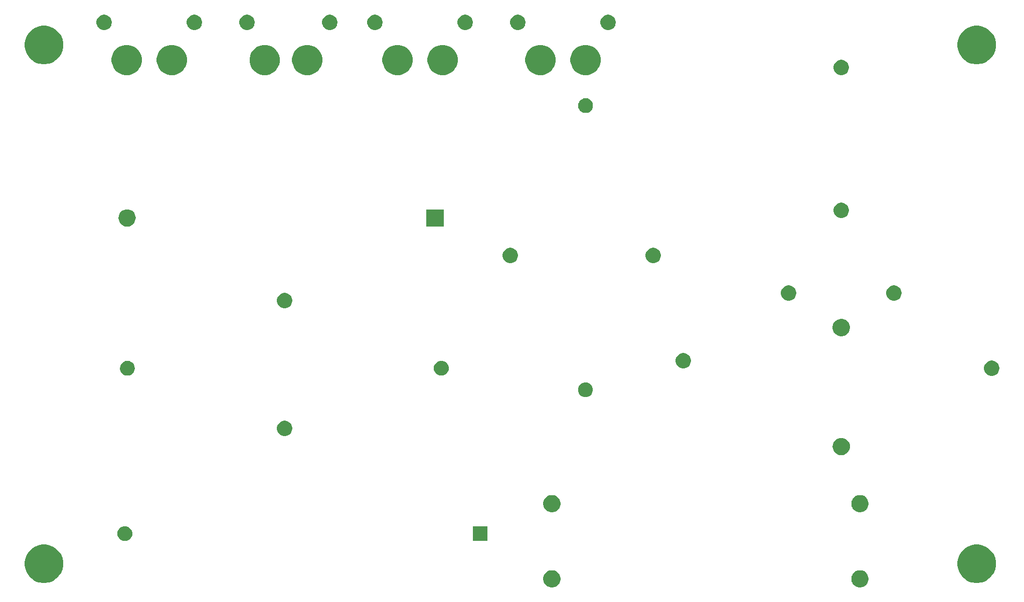
<source format=gbr>
G04 #@! TF.GenerationSoftware,KiCad,Pcbnew,(5.1.4)-1*
G04 #@! TF.CreationDate,2019-12-15T01:31:19-05:00*
G04 #@! TF.ProjectId,SolsticeXOver,536f6c73-7469-4636-9558-4f7665722e6b,rev?*
G04 #@! TF.SameCoordinates,Original*
G04 #@! TF.FileFunction,Soldermask,Bot*
G04 #@! TF.FilePolarity,Negative*
%FSLAX46Y46*%
G04 Gerber Fmt 4.6, Leading zero omitted, Abs format (unit mm)*
G04 Created by KiCad (PCBNEW (5.1.4)-1) date 2019-12-15 01:31:19*
%MOMM*%
%LPD*%
G04 APERTURE LIST*
%ADD10C,0.100000*%
G04 APERTURE END LIST*
D10*
G36*
X192793241Y-130684760D02*
G01*
X193057305Y-130794139D01*
X193294958Y-130952934D01*
X193497066Y-131155042D01*
X193655861Y-131392695D01*
X193765240Y-131656759D01*
X193821000Y-131937088D01*
X193821000Y-132222912D01*
X193765240Y-132503241D01*
X193655861Y-132767305D01*
X193497066Y-133004958D01*
X193294958Y-133207066D01*
X193057305Y-133365861D01*
X192793241Y-133475240D01*
X192512912Y-133531000D01*
X192227088Y-133531000D01*
X191946759Y-133475240D01*
X191682695Y-133365861D01*
X191445042Y-133207066D01*
X191242934Y-133004958D01*
X191084139Y-132767305D01*
X190974760Y-132503241D01*
X190919000Y-132222912D01*
X190919000Y-131937088D01*
X190974760Y-131656759D01*
X191084139Y-131392695D01*
X191242934Y-131155042D01*
X191445042Y-130952934D01*
X191682695Y-130794139D01*
X191946759Y-130684760D01*
X192227088Y-130629000D01*
X192512912Y-130629000D01*
X192793241Y-130684760D01*
X192793241Y-130684760D01*
G37*
G36*
X140793241Y-130684760D02*
G01*
X141057305Y-130794139D01*
X141294958Y-130952934D01*
X141497066Y-131155042D01*
X141655861Y-131392695D01*
X141765240Y-131656759D01*
X141821000Y-131937088D01*
X141821000Y-132222912D01*
X141765240Y-132503241D01*
X141655861Y-132767305D01*
X141497066Y-133004958D01*
X141294958Y-133207066D01*
X141057305Y-133365861D01*
X140793241Y-133475240D01*
X140512912Y-133531000D01*
X140227088Y-133531000D01*
X139946759Y-133475240D01*
X139682695Y-133365861D01*
X139445042Y-133207066D01*
X139242934Y-133004958D01*
X139084139Y-132767305D01*
X138974760Y-132503241D01*
X138919000Y-132222912D01*
X138919000Y-131937088D01*
X138974760Y-131656759D01*
X139084139Y-131392695D01*
X139242934Y-131155042D01*
X139445042Y-130952934D01*
X139682695Y-130794139D01*
X139946759Y-130684760D01*
X140227088Y-130629000D01*
X140512912Y-130629000D01*
X140793241Y-130684760D01*
X140793241Y-130684760D01*
G37*
G36*
X55244239Y-126351467D02*
G01*
X55558282Y-126413934D01*
X56149926Y-126659001D01*
X56682392Y-127014784D01*
X57135216Y-127467608D01*
X57490999Y-128000074D01*
X57736066Y-128591718D01*
X57861000Y-129219804D01*
X57861000Y-129860196D01*
X57736066Y-130488282D01*
X57490999Y-131079926D01*
X57135216Y-131612392D01*
X56682392Y-132065216D01*
X56149926Y-132420999D01*
X55558282Y-132666066D01*
X55244239Y-132728533D01*
X54930197Y-132791000D01*
X54289803Y-132791000D01*
X53975761Y-132728533D01*
X53661718Y-132666066D01*
X53070074Y-132420999D01*
X52537608Y-132065216D01*
X52084784Y-131612392D01*
X51729001Y-131079926D01*
X51483934Y-130488282D01*
X51359000Y-129860196D01*
X51359000Y-129219804D01*
X51483934Y-128591718D01*
X51729001Y-128000074D01*
X52084784Y-127467608D01*
X52537608Y-127014784D01*
X53070074Y-126659001D01*
X53661718Y-126413934D01*
X53975761Y-126351467D01*
X54289803Y-126289000D01*
X54930197Y-126289000D01*
X55244239Y-126351467D01*
X55244239Y-126351467D01*
G37*
G36*
X212724239Y-126351467D02*
G01*
X213038282Y-126413934D01*
X213629926Y-126659001D01*
X214162392Y-127014784D01*
X214615216Y-127467608D01*
X214970999Y-128000074D01*
X215216066Y-128591718D01*
X215341000Y-129219804D01*
X215341000Y-129860196D01*
X215216066Y-130488282D01*
X214970999Y-131079926D01*
X214615216Y-131612392D01*
X214162392Y-132065216D01*
X213629926Y-132420999D01*
X213038282Y-132666066D01*
X212724239Y-132728533D01*
X212410197Y-132791000D01*
X211769803Y-132791000D01*
X211455761Y-132728533D01*
X211141718Y-132666066D01*
X210550074Y-132420999D01*
X210017608Y-132065216D01*
X209564784Y-131612392D01*
X209209001Y-131079926D01*
X208963934Y-130488282D01*
X208839000Y-129860196D01*
X208839000Y-129219804D01*
X208963934Y-128591718D01*
X209209001Y-128000074D01*
X209564784Y-127467608D01*
X210017608Y-127014784D01*
X210550074Y-126659001D01*
X211141718Y-126413934D01*
X211455761Y-126351467D01*
X211769803Y-126289000D01*
X212410197Y-126289000D01*
X212724239Y-126351467D01*
X212724239Y-126351467D01*
G37*
G36*
X68515239Y-123227101D02*
G01*
X68751053Y-123298634D01*
X68968381Y-123414799D01*
X69158871Y-123571129D01*
X69315201Y-123761619D01*
X69431366Y-123978947D01*
X69502899Y-124214761D01*
X69527053Y-124460000D01*
X69502899Y-124705239D01*
X69431366Y-124941053D01*
X69315201Y-125158381D01*
X69158871Y-125348871D01*
X68968381Y-125505201D01*
X68751053Y-125621366D01*
X68515239Y-125692899D01*
X68331457Y-125711000D01*
X68208543Y-125711000D01*
X68024761Y-125692899D01*
X67788947Y-125621366D01*
X67571619Y-125505201D01*
X67381129Y-125348871D01*
X67224799Y-125158381D01*
X67108634Y-124941053D01*
X67037101Y-124705239D01*
X67012947Y-124460000D01*
X67037101Y-124214761D01*
X67108634Y-123978947D01*
X67224799Y-123761619D01*
X67381129Y-123571129D01*
X67571619Y-123414799D01*
X67788947Y-123298634D01*
X68024761Y-123227101D01*
X68208543Y-123209000D01*
X68331457Y-123209000D01*
X68515239Y-123227101D01*
X68515239Y-123227101D01*
G37*
G36*
X129521000Y-125711000D02*
G01*
X127019000Y-125711000D01*
X127019000Y-123209000D01*
X129521000Y-123209000D01*
X129521000Y-125711000D01*
X129521000Y-125711000D01*
G37*
G36*
X140793241Y-117984760D02*
G01*
X141057305Y-118094139D01*
X141294958Y-118252934D01*
X141497066Y-118455042D01*
X141655861Y-118692695D01*
X141765240Y-118956759D01*
X141821000Y-119237088D01*
X141821000Y-119522912D01*
X141765240Y-119803241D01*
X141655861Y-120067305D01*
X141497066Y-120304958D01*
X141294958Y-120507066D01*
X141057305Y-120665861D01*
X140793241Y-120775240D01*
X140512912Y-120831000D01*
X140227088Y-120831000D01*
X139946759Y-120775240D01*
X139682695Y-120665861D01*
X139445042Y-120507066D01*
X139242934Y-120304958D01*
X139084139Y-120067305D01*
X138974760Y-119803241D01*
X138919000Y-119522912D01*
X138919000Y-119237088D01*
X138974760Y-118956759D01*
X139084139Y-118692695D01*
X139242934Y-118455042D01*
X139445042Y-118252934D01*
X139682695Y-118094139D01*
X139946759Y-117984760D01*
X140227088Y-117929000D01*
X140512912Y-117929000D01*
X140793241Y-117984760D01*
X140793241Y-117984760D01*
G37*
G36*
X192793241Y-117984760D02*
G01*
X193057305Y-118094139D01*
X193294958Y-118252934D01*
X193497066Y-118455042D01*
X193655861Y-118692695D01*
X193765240Y-118956759D01*
X193821000Y-119237088D01*
X193821000Y-119522912D01*
X193765240Y-119803241D01*
X193655861Y-120067305D01*
X193497066Y-120304958D01*
X193294958Y-120507066D01*
X193057305Y-120665861D01*
X192793241Y-120775240D01*
X192512912Y-120831000D01*
X192227088Y-120831000D01*
X191946759Y-120775240D01*
X191682695Y-120665861D01*
X191445042Y-120507066D01*
X191242934Y-120304958D01*
X191084139Y-120067305D01*
X190974760Y-119803241D01*
X190919000Y-119522912D01*
X190919000Y-119237088D01*
X190974760Y-118956759D01*
X191084139Y-118692695D01*
X191242934Y-118455042D01*
X191445042Y-118252934D01*
X191682695Y-118094139D01*
X191946759Y-117984760D01*
X192227088Y-117929000D01*
X192512912Y-117929000D01*
X192793241Y-117984760D01*
X192793241Y-117984760D01*
G37*
G36*
X189407861Y-108299497D02*
G01*
X189514446Y-108309995D01*
X189787960Y-108392965D01*
X189787963Y-108392966D01*
X190040028Y-108527698D01*
X190040029Y-108527699D01*
X190040033Y-108527701D01*
X190260976Y-108709024D01*
X190442299Y-108929967D01*
X190442301Y-108929971D01*
X190442302Y-108929972D01*
X190577034Y-109182037D01*
X190577035Y-109182040D01*
X190660005Y-109455554D01*
X190688020Y-109740000D01*
X190660005Y-110024446D01*
X190577035Y-110297960D01*
X190577034Y-110297963D01*
X190442302Y-110550028D01*
X190442299Y-110550033D01*
X190260976Y-110770976D01*
X190040033Y-110952299D01*
X190040029Y-110952301D01*
X190040028Y-110952302D01*
X189787963Y-111087034D01*
X189787960Y-111087035D01*
X189514446Y-111170005D01*
X189407861Y-111180502D01*
X189301278Y-111191000D01*
X189158722Y-111191000D01*
X189052139Y-111180502D01*
X188945554Y-111170005D01*
X188672040Y-111087035D01*
X188672037Y-111087034D01*
X188419972Y-110952302D01*
X188419971Y-110952301D01*
X188419967Y-110952299D01*
X188199024Y-110770976D01*
X188017701Y-110550033D01*
X188017698Y-110550028D01*
X187882966Y-110297963D01*
X187882965Y-110297960D01*
X187799995Y-110024446D01*
X187771980Y-109740000D01*
X187799995Y-109455554D01*
X187882965Y-109182040D01*
X187882966Y-109182037D01*
X188017698Y-108929972D01*
X188017699Y-108929971D01*
X188017701Y-108929967D01*
X188199024Y-108709024D01*
X188419967Y-108527701D01*
X188419971Y-108527699D01*
X188419972Y-108527698D01*
X188672037Y-108392966D01*
X188672040Y-108392965D01*
X188945554Y-108309995D01*
X189052139Y-108299497D01*
X189158722Y-108289000D01*
X189301278Y-108289000D01*
X189407861Y-108299497D01*
X189407861Y-108299497D01*
G37*
G36*
X95629487Y-105428996D02*
G01*
X95866253Y-105527068D01*
X95866255Y-105527069D01*
X96079339Y-105669447D01*
X96260553Y-105850661D01*
X96402932Y-106063747D01*
X96501004Y-106300513D01*
X96551000Y-106551861D01*
X96551000Y-106808139D01*
X96501004Y-107059487D01*
X96402932Y-107296253D01*
X96402931Y-107296255D01*
X96260553Y-107509339D01*
X96079339Y-107690553D01*
X95866255Y-107832931D01*
X95866254Y-107832932D01*
X95866253Y-107832932D01*
X95629487Y-107931004D01*
X95378139Y-107981000D01*
X95121861Y-107981000D01*
X94870513Y-107931004D01*
X94633747Y-107832932D01*
X94633746Y-107832932D01*
X94633745Y-107832931D01*
X94420661Y-107690553D01*
X94239447Y-107509339D01*
X94097069Y-107296255D01*
X94097068Y-107296253D01*
X93998996Y-107059487D01*
X93949000Y-106808139D01*
X93949000Y-106551861D01*
X93998996Y-106300513D01*
X94097068Y-106063747D01*
X94239447Y-105850661D01*
X94420661Y-105669447D01*
X94633745Y-105527069D01*
X94633747Y-105527068D01*
X94870513Y-105428996D01*
X95121861Y-105379000D01*
X95378139Y-105379000D01*
X95629487Y-105428996D01*
X95629487Y-105428996D01*
G37*
G36*
X146295239Y-98917101D02*
G01*
X146531053Y-98988634D01*
X146748381Y-99104799D01*
X146938871Y-99261129D01*
X147095201Y-99451619D01*
X147211366Y-99668947D01*
X147282899Y-99904761D01*
X147307053Y-100150000D01*
X147282899Y-100395239D01*
X147211366Y-100631053D01*
X147095201Y-100848381D01*
X146938871Y-101038871D01*
X146748381Y-101195201D01*
X146531053Y-101311366D01*
X146295239Y-101382899D01*
X146111457Y-101401000D01*
X145988543Y-101401000D01*
X145804761Y-101382899D01*
X145568947Y-101311366D01*
X145351619Y-101195201D01*
X145161129Y-101038871D01*
X145004799Y-100848381D01*
X144888634Y-100631053D01*
X144817101Y-100395239D01*
X144792947Y-100150000D01*
X144817101Y-99904761D01*
X144888634Y-99668947D01*
X145004799Y-99451619D01*
X145161129Y-99261129D01*
X145351619Y-99104799D01*
X145568947Y-98988634D01*
X145804761Y-98917101D01*
X145988543Y-98899000D01*
X146111457Y-98899000D01*
X146295239Y-98917101D01*
X146295239Y-98917101D01*
G37*
G36*
X215009487Y-95268996D02*
G01*
X215225896Y-95358636D01*
X215246255Y-95367069D01*
X215459339Y-95509447D01*
X215640553Y-95690661D01*
X215757880Y-95866253D01*
X215782932Y-95903747D01*
X215881004Y-96140513D01*
X215931000Y-96391861D01*
X215931000Y-96648139D01*
X215881004Y-96899487D01*
X215792742Y-97112569D01*
X215782931Y-97136255D01*
X215640553Y-97349339D01*
X215459339Y-97530553D01*
X215246255Y-97672931D01*
X215246254Y-97672932D01*
X215246253Y-97672932D01*
X215009487Y-97771004D01*
X214758139Y-97821000D01*
X214501861Y-97821000D01*
X214250513Y-97771004D01*
X214013747Y-97672932D01*
X214013746Y-97672932D01*
X214013745Y-97672931D01*
X213800661Y-97530553D01*
X213619447Y-97349339D01*
X213477069Y-97136255D01*
X213467258Y-97112569D01*
X213378996Y-96899487D01*
X213329000Y-96648139D01*
X213329000Y-96391861D01*
X213378996Y-96140513D01*
X213477068Y-95903747D01*
X213502121Y-95866253D01*
X213619447Y-95690661D01*
X213800661Y-95509447D01*
X214013745Y-95367069D01*
X214034104Y-95358636D01*
X214250513Y-95268996D01*
X214501861Y-95219000D01*
X214758139Y-95219000D01*
X215009487Y-95268996D01*
X215009487Y-95268996D01*
G37*
G36*
X69064903Y-95317075D02*
G01*
X69185600Y-95367069D01*
X69292571Y-95411378D01*
X69497466Y-95548285D01*
X69671715Y-95722534D01*
X69792798Y-95903747D01*
X69808623Y-95927431D01*
X69902925Y-96155097D01*
X69923902Y-96260553D01*
X69951000Y-96396787D01*
X69951000Y-96643213D01*
X69902925Y-96884903D01*
X69808622Y-97112571D01*
X69671715Y-97317466D01*
X69497466Y-97491715D01*
X69292571Y-97628622D01*
X69292570Y-97628623D01*
X69292569Y-97628623D01*
X69064903Y-97722925D01*
X68823214Y-97771000D01*
X68576786Y-97771000D01*
X68335097Y-97722925D01*
X68107431Y-97628623D01*
X68107430Y-97628623D01*
X68107429Y-97628622D01*
X67902534Y-97491715D01*
X67728285Y-97317466D01*
X67591378Y-97112571D01*
X67497075Y-96884903D01*
X67449000Y-96643213D01*
X67449000Y-96396787D01*
X67476099Y-96260553D01*
X67497075Y-96155097D01*
X67591377Y-95927431D01*
X67607202Y-95903747D01*
X67728285Y-95722534D01*
X67902534Y-95548285D01*
X68107429Y-95411378D01*
X68214401Y-95367069D01*
X68335097Y-95317075D01*
X68576786Y-95269000D01*
X68823214Y-95269000D01*
X69064903Y-95317075D01*
X69064903Y-95317075D01*
G37*
G36*
X121945239Y-95287101D02*
G01*
X122181053Y-95358634D01*
X122398381Y-95474799D01*
X122588871Y-95631129D01*
X122745201Y-95821619D01*
X122861366Y-96038947D01*
X122932899Y-96274761D01*
X122957053Y-96520000D01*
X122932899Y-96765239D01*
X122861366Y-97001053D01*
X122745201Y-97218381D01*
X122588871Y-97408871D01*
X122398381Y-97565201D01*
X122181053Y-97681366D01*
X121945239Y-97752899D01*
X121761457Y-97771000D01*
X121638543Y-97771000D01*
X121454761Y-97752899D01*
X121218947Y-97681366D01*
X121001619Y-97565201D01*
X120811129Y-97408871D01*
X120654799Y-97218381D01*
X120538634Y-97001053D01*
X120467101Y-96765239D01*
X120442947Y-96520000D01*
X120467101Y-96274761D01*
X120538634Y-96038947D01*
X120654799Y-95821619D01*
X120811129Y-95631129D01*
X121001619Y-95474799D01*
X121218947Y-95358634D01*
X121454761Y-95287101D01*
X121638543Y-95269000D01*
X121761457Y-95269000D01*
X121945239Y-95287101D01*
X121945239Y-95287101D01*
G37*
G36*
X162939487Y-93998996D02*
G01*
X163176253Y-94097068D01*
X163176255Y-94097069D01*
X163389339Y-94239447D01*
X163570553Y-94420661D01*
X163712932Y-94633747D01*
X163811004Y-94870513D01*
X163861000Y-95121861D01*
X163861000Y-95378139D01*
X163811004Y-95629487D01*
X163712932Y-95866253D01*
X163712931Y-95866255D01*
X163570553Y-96079339D01*
X163389339Y-96260553D01*
X163176255Y-96402931D01*
X163176254Y-96402932D01*
X163176253Y-96402932D01*
X162939487Y-96501004D01*
X162688139Y-96551000D01*
X162431861Y-96551000D01*
X162180513Y-96501004D01*
X161943747Y-96402932D01*
X161943746Y-96402932D01*
X161943745Y-96402931D01*
X161730661Y-96260553D01*
X161549447Y-96079339D01*
X161407069Y-95866255D01*
X161407068Y-95866253D01*
X161308996Y-95629487D01*
X161259000Y-95378139D01*
X161259000Y-95121861D01*
X161308996Y-94870513D01*
X161407068Y-94633747D01*
X161549447Y-94420661D01*
X161730661Y-94239447D01*
X161943745Y-94097069D01*
X161943747Y-94097068D01*
X162180513Y-93998996D01*
X162431861Y-93949000D01*
X162688139Y-93949000D01*
X162939487Y-93998996D01*
X162939487Y-93998996D01*
G37*
G36*
X189653241Y-88244760D02*
G01*
X189917305Y-88354139D01*
X190154958Y-88512934D01*
X190357066Y-88715042D01*
X190515861Y-88952695D01*
X190625240Y-89216759D01*
X190681000Y-89497088D01*
X190681000Y-89782912D01*
X190625240Y-90063241D01*
X190515861Y-90327305D01*
X190357066Y-90564958D01*
X190154958Y-90767066D01*
X189917305Y-90925861D01*
X189653241Y-91035240D01*
X189372912Y-91091000D01*
X189087088Y-91091000D01*
X188806759Y-91035240D01*
X188542695Y-90925861D01*
X188305042Y-90767066D01*
X188102934Y-90564958D01*
X187944139Y-90327305D01*
X187834760Y-90063241D01*
X187779000Y-89782912D01*
X187779000Y-89497088D01*
X187834760Y-89216759D01*
X187944139Y-88952695D01*
X188102934Y-88715042D01*
X188305042Y-88512934D01*
X188542695Y-88354139D01*
X188806759Y-88244760D01*
X189087088Y-88189000D01*
X189372912Y-88189000D01*
X189653241Y-88244760D01*
X189653241Y-88244760D01*
G37*
G36*
X95629487Y-83838996D02*
G01*
X95866253Y-83937068D01*
X95866255Y-83937069D01*
X96079339Y-84079447D01*
X96260553Y-84260661D01*
X96377880Y-84436253D01*
X96402932Y-84473747D01*
X96501004Y-84710513D01*
X96551000Y-84961861D01*
X96551000Y-85218139D01*
X96501004Y-85469487D01*
X96402932Y-85706253D01*
X96402931Y-85706255D01*
X96260553Y-85919339D01*
X96079339Y-86100553D01*
X95866255Y-86242931D01*
X95866254Y-86242932D01*
X95866253Y-86242932D01*
X95629487Y-86341004D01*
X95378139Y-86391000D01*
X95121861Y-86391000D01*
X94870513Y-86341004D01*
X94633747Y-86242932D01*
X94633746Y-86242932D01*
X94633745Y-86242931D01*
X94420661Y-86100553D01*
X94239447Y-85919339D01*
X94097069Y-85706255D01*
X94097068Y-85706253D01*
X93998996Y-85469487D01*
X93949000Y-85218139D01*
X93949000Y-84961861D01*
X93998996Y-84710513D01*
X94097068Y-84473747D01*
X94122121Y-84436253D01*
X94239447Y-84260661D01*
X94420661Y-84079447D01*
X94633745Y-83937069D01*
X94633747Y-83937068D01*
X94870513Y-83838996D01*
X95121861Y-83789000D01*
X95378139Y-83789000D01*
X95629487Y-83838996D01*
X95629487Y-83838996D01*
G37*
G36*
X198499487Y-82568996D02*
G01*
X198736253Y-82667068D01*
X198736255Y-82667069D01*
X198949339Y-82809447D01*
X199130553Y-82990661D01*
X199272932Y-83203747D01*
X199371004Y-83440513D01*
X199421000Y-83691861D01*
X199421000Y-83948139D01*
X199371004Y-84199487D01*
X199272932Y-84436253D01*
X199272931Y-84436255D01*
X199130553Y-84649339D01*
X198949339Y-84830553D01*
X198736255Y-84972931D01*
X198736254Y-84972932D01*
X198736253Y-84972932D01*
X198499487Y-85071004D01*
X198248139Y-85121000D01*
X197991861Y-85121000D01*
X197740513Y-85071004D01*
X197503747Y-84972932D01*
X197503746Y-84972932D01*
X197503745Y-84972931D01*
X197290661Y-84830553D01*
X197109447Y-84649339D01*
X196967069Y-84436255D01*
X196967068Y-84436253D01*
X196868996Y-84199487D01*
X196819000Y-83948139D01*
X196819000Y-83691861D01*
X196868996Y-83440513D01*
X196967068Y-83203747D01*
X197109447Y-82990661D01*
X197290661Y-82809447D01*
X197503745Y-82667069D01*
X197503747Y-82667068D01*
X197740513Y-82568996D01*
X197991861Y-82519000D01*
X198248139Y-82519000D01*
X198499487Y-82568996D01*
X198499487Y-82568996D01*
G37*
G36*
X180719487Y-82568996D02*
G01*
X180956253Y-82667068D01*
X180956255Y-82667069D01*
X181169339Y-82809447D01*
X181350553Y-82990661D01*
X181492932Y-83203747D01*
X181591004Y-83440513D01*
X181641000Y-83691861D01*
X181641000Y-83948139D01*
X181591004Y-84199487D01*
X181492932Y-84436253D01*
X181492931Y-84436255D01*
X181350553Y-84649339D01*
X181169339Y-84830553D01*
X180956255Y-84972931D01*
X180956254Y-84972932D01*
X180956253Y-84972932D01*
X180719487Y-85071004D01*
X180468139Y-85121000D01*
X180211861Y-85121000D01*
X179960513Y-85071004D01*
X179723747Y-84972932D01*
X179723746Y-84972932D01*
X179723745Y-84972931D01*
X179510661Y-84830553D01*
X179329447Y-84649339D01*
X179187069Y-84436255D01*
X179187068Y-84436253D01*
X179088996Y-84199487D01*
X179039000Y-83948139D01*
X179039000Y-83691861D01*
X179088996Y-83440513D01*
X179187068Y-83203747D01*
X179329447Y-82990661D01*
X179510661Y-82809447D01*
X179723745Y-82667069D01*
X179723747Y-82667068D01*
X179960513Y-82568996D01*
X180211861Y-82519000D01*
X180468139Y-82519000D01*
X180719487Y-82568996D01*
X180719487Y-82568996D01*
G37*
G36*
X157859487Y-76218996D02*
G01*
X158096253Y-76317068D01*
X158096255Y-76317069D01*
X158309339Y-76459447D01*
X158490553Y-76640661D01*
X158632932Y-76853747D01*
X158731004Y-77090513D01*
X158781000Y-77341861D01*
X158781000Y-77598139D01*
X158731004Y-77849487D01*
X158632932Y-78086253D01*
X158632931Y-78086255D01*
X158490553Y-78299339D01*
X158309339Y-78480553D01*
X158096255Y-78622931D01*
X158096254Y-78622932D01*
X158096253Y-78622932D01*
X157859487Y-78721004D01*
X157608139Y-78771000D01*
X157351861Y-78771000D01*
X157100513Y-78721004D01*
X156863747Y-78622932D01*
X156863746Y-78622932D01*
X156863745Y-78622931D01*
X156650661Y-78480553D01*
X156469447Y-78299339D01*
X156327069Y-78086255D01*
X156327068Y-78086253D01*
X156228996Y-77849487D01*
X156179000Y-77598139D01*
X156179000Y-77341861D01*
X156228996Y-77090513D01*
X156327068Y-76853747D01*
X156469447Y-76640661D01*
X156650661Y-76459447D01*
X156863745Y-76317069D01*
X156863747Y-76317068D01*
X157100513Y-76218996D01*
X157351861Y-76169000D01*
X157608139Y-76169000D01*
X157859487Y-76218996D01*
X157859487Y-76218996D01*
G37*
G36*
X133729487Y-76218996D02*
G01*
X133966253Y-76317068D01*
X133966255Y-76317069D01*
X134179339Y-76459447D01*
X134360553Y-76640661D01*
X134502932Y-76853747D01*
X134601004Y-77090513D01*
X134651000Y-77341861D01*
X134651000Y-77598139D01*
X134601004Y-77849487D01*
X134502932Y-78086253D01*
X134502931Y-78086255D01*
X134360553Y-78299339D01*
X134179339Y-78480553D01*
X133966255Y-78622931D01*
X133966254Y-78622932D01*
X133966253Y-78622932D01*
X133729487Y-78721004D01*
X133478139Y-78771000D01*
X133221861Y-78771000D01*
X132970513Y-78721004D01*
X132733747Y-78622932D01*
X132733746Y-78622932D01*
X132733745Y-78622931D01*
X132520661Y-78480553D01*
X132339447Y-78299339D01*
X132197069Y-78086255D01*
X132197068Y-78086253D01*
X132098996Y-77849487D01*
X132049000Y-77598139D01*
X132049000Y-77341861D01*
X132098996Y-77090513D01*
X132197068Y-76853747D01*
X132339447Y-76640661D01*
X132520661Y-76459447D01*
X132733745Y-76317069D01*
X132733747Y-76317068D01*
X132970513Y-76218996D01*
X133221861Y-76169000D01*
X133478139Y-76169000D01*
X133729487Y-76218996D01*
X133729487Y-76218996D01*
G37*
G36*
X122101000Y-72571000D02*
G01*
X119199000Y-72571000D01*
X119199000Y-69669000D01*
X122101000Y-69669000D01*
X122101000Y-72571000D01*
X122101000Y-72571000D01*
G37*
G36*
X68827861Y-69679498D02*
G01*
X68934446Y-69689995D01*
X69207960Y-69772965D01*
X69207963Y-69772966D01*
X69460028Y-69907698D01*
X69460029Y-69907699D01*
X69460033Y-69907701D01*
X69680976Y-70089024D01*
X69862299Y-70309967D01*
X69862301Y-70309971D01*
X69862302Y-70309972D01*
X69997034Y-70562037D01*
X69997035Y-70562040D01*
X70080005Y-70835554D01*
X70108020Y-71120000D01*
X70080005Y-71404446D01*
X69997035Y-71677960D01*
X69997034Y-71677963D01*
X69862302Y-71930028D01*
X69862299Y-71930033D01*
X69680976Y-72150976D01*
X69460033Y-72332299D01*
X69460029Y-72332301D01*
X69460028Y-72332302D01*
X69207963Y-72467034D01*
X69207960Y-72467035D01*
X68934446Y-72550005D01*
X68827861Y-72560503D01*
X68721278Y-72571000D01*
X68578722Y-72571000D01*
X68472139Y-72560503D01*
X68365554Y-72550005D01*
X68092040Y-72467035D01*
X68092037Y-72467034D01*
X67839972Y-72332302D01*
X67839971Y-72332301D01*
X67839967Y-72332299D01*
X67619024Y-72150976D01*
X67437701Y-71930033D01*
X67437698Y-71930028D01*
X67302966Y-71677963D01*
X67302965Y-71677960D01*
X67219995Y-71404446D01*
X67191980Y-71120000D01*
X67219995Y-70835554D01*
X67302965Y-70562040D01*
X67302966Y-70562037D01*
X67437698Y-70309972D01*
X67437699Y-70309971D01*
X67437701Y-70309967D01*
X67619024Y-70089024D01*
X67839967Y-69907701D01*
X67839971Y-69907699D01*
X67839972Y-69907698D01*
X68092037Y-69772966D01*
X68092040Y-69772965D01*
X68365554Y-69689995D01*
X68472139Y-69679498D01*
X68578722Y-69669000D01*
X68721278Y-69669000D01*
X68827861Y-69679498D01*
X68827861Y-69679498D01*
G37*
G36*
X189609487Y-68598996D02*
G01*
X189846253Y-68697068D01*
X189846255Y-68697069D01*
X190059339Y-68839447D01*
X190240553Y-69020661D01*
X190382932Y-69233747D01*
X190481004Y-69470513D01*
X190531000Y-69721861D01*
X190531000Y-69978139D01*
X190481004Y-70229487D01*
X190382932Y-70466253D01*
X190382931Y-70466255D01*
X190240553Y-70679339D01*
X190059339Y-70860553D01*
X189846255Y-71002931D01*
X189846254Y-71002932D01*
X189846253Y-71002932D01*
X189609487Y-71101004D01*
X189358139Y-71151000D01*
X189101861Y-71151000D01*
X188850513Y-71101004D01*
X188613747Y-71002932D01*
X188613746Y-71002932D01*
X188613745Y-71002931D01*
X188400661Y-70860553D01*
X188219447Y-70679339D01*
X188077069Y-70466255D01*
X188077068Y-70466253D01*
X187978996Y-70229487D01*
X187929000Y-69978139D01*
X187929000Y-69721861D01*
X187978996Y-69470513D01*
X188077068Y-69233747D01*
X188219447Y-69020661D01*
X188400661Y-68839447D01*
X188613745Y-68697069D01*
X188613747Y-68697068D01*
X188850513Y-68598996D01*
X189101861Y-68549000D01*
X189358139Y-68549000D01*
X189609487Y-68598996D01*
X189609487Y-68598996D01*
G37*
G36*
X146414903Y-50947075D02*
G01*
X146642571Y-51041378D01*
X146847466Y-51178285D01*
X147021715Y-51352534D01*
X147158622Y-51557429D01*
X147252925Y-51785097D01*
X147301000Y-52026787D01*
X147301000Y-52273213D01*
X147252925Y-52514903D01*
X147158622Y-52742571D01*
X147021715Y-52947466D01*
X146847466Y-53121715D01*
X146642571Y-53258622D01*
X146642570Y-53258623D01*
X146642569Y-53258623D01*
X146414903Y-53352925D01*
X146173214Y-53401000D01*
X145926786Y-53401000D01*
X145685097Y-53352925D01*
X145457431Y-53258623D01*
X145457430Y-53258623D01*
X145457429Y-53258622D01*
X145252534Y-53121715D01*
X145078285Y-52947466D01*
X144941378Y-52742571D01*
X144847075Y-52514903D01*
X144799000Y-52273213D01*
X144799000Y-52026787D01*
X144847075Y-51785097D01*
X144941378Y-51557429D01*
X145078285Y-51352534D01*
X145252534Y-51178285D01*
X145457429Y-51041378D01*
X145685097Y-50947075D01*
X145926786Y-50899000D01*
X146173214Y-50899000D01*
X146414903Y-50947075D01*
X146414903Y-50947075D01*
G37*
G36*
X189609487Y-44468996D02*
G01*
X189846253Y-44567068D01*
X189846255Y-44567069D01*
X190047074Y-44701252D01*
X190059339Y-44709447D01*
X190240553Y-44890661D01*
X190382932Y-45103747D01*
X190481004Y-45340513D01*
X190531000Y-45591861D01*
X190531000Y-45848139D01*
X190481004Y-46099487D01*
X190382932Y-46336253D01*
X190382931Y-46336255D01*
X190240553Y-46549339D01*
X190059339Y-46730553D01*
X189846255Y-46872931D01*
X189846254Y-46872932D01*
X189846253Y-46872932D01*
X189609487Y-46971004D01*
X189358139Y-47021000D01*
X189101861Y-47021000D01*
X188850513Y-46971004D01*
X188613747Y-46872932D01*
X188613746Y-46872932D01*
X188613745Y-46872931D01*
X188400661Y-46730553D01*
X188219447Y-46549339D01*
X188077069Y-46336255D01*
X188077068Y-46336253D01*
X187978996Y-46099487D01*
X187929000Y-45848139D01*
X187929000Y-45591861D01*
X187978996Y-45340513D01*
X188077068Y-45103747D01*
X188219447Y-44890661D01*
X188400661Y-44709447D01*
X188412926Y-44701252D01*
X188613745Y-44567069D01*
X188613747Y-44567068D01*
X188850513Y-44468996D01*
X189101861Y-44419000D01*
X189358139Y-44419000D01*
X189609487Y-44468996D01*
X189609487Y-44468996D01*
G37*
G36*
X92619099Y-42002034D02*
G01*
X93083351Y-42194333D01*
X93083353Y-42194334D01*
X93501169Y-42473510D01*
X93856492Y-42828833D01*
X94135668Y-43246649D01*
X94135669Y-43246651D01*
X94327968Y-43710903D01*
X94426001Y-44203748D01*
X94426001Y-44706254D01*
X94327968Y-45199099D01*
X94135669Y-45663351D01*
X94135668Y-45663353D01*
X93856492Y-46081169D01*
X93501169Y-46436492D01*
X93083353Y-46715668D01*
X93083352Y-46715669D01*
X93083351Y-46715669D01*
X92619099Y-46907968D01*
X92126254Y-47006001D01*
X91623748Y-47006001D01*
X91130903Y-46907968D01*
X90666651Y-46715669D01*
X90666650Y-46715669D01*
X90666649Y-46715668D01*
X90248833Y-46436492D01*
X89893510Y-46081169D01*
X89614334Y-45663353D01*
X89614333Y-45663351D01*
X89422034Y-45199099D01*
X89324001Y-44706254D01*
X89324001Y-44203748D01*
X89422034Y-43710903D01*
X89614333Y-43246651D01*
X89614334Y-43246649D01*
X89893510Y-42828833D01*
X90248833Y-42473510D01*
X90666649Y-42194334D01*
X90666651Y-42194333D01*
X91130903Y-42002034D01*
X91623748Y-41904001D01*
X92126254Y-41904001D01*
X92619099Y-42002034D01*
X92619099Y-42002034D01*
G37*
G36*
X115044098Y-41997033D02*
G01*
X115508350Y-42189332D01*
X115508352Y-42189333D01*
X115926168Y-42468509D01*
X116281491Y-42823832D01*
X116560667Y-43241648D01*
X116560668Y-43241650D01*
X116752967Y-43705902D01*
X116851000Y-44198747D01*
X116851000Y-44701253D01*
X116752967Y-45194098D01*
X116588208Y-45591863D01*
X116560667Y-45658352D01*
X116281491Y-46076168D01*
X115926168Y-46431491D01*
X115508352Y-46710667D01*
X115508351Y-46710668D01*
X115508350Y-46710668D01*
X115044098Y-46902967D01*
X114551253Y-47001000D01*
X114048747Y-47001000D01*
X113555902Y-46902967D01*
X113091650Y-46710668D01*
X113091649Y-46710668D01*
X113091648Y-46710667D01*
X112673832Y-46431491D01*
X112318509Y-46076168D01*
X112039333Y-45658352D01*
X112011792Y-45591863D01*
X111847033Y-45194098D01*
X111749000Y-44701253D01*
X111749000Y-44198747D01*
X111847033Y-43705902D01*
X112039332Y-43241650D01*
X112039333Y-43241648D01*
X112318509Y-42823832D01*
X112673832Y-42468509D01*
X113091648Y-42189333D01*
X113091650Y-42189332D01*
X113555902Y-41997033D01*
X114048747Y-41899000D01*
X114551253Y-41899000D01*
X115044098Y-41997033D01*
X115044098Y-41997033D01*
G37*
G36*
X76944098Y-41997033D02*
G01*
X77408350Y-42189332D01*
X77408352Y-42189333D01*
X77826168Y-42468509D01*
X78181491Y-42823832D01*
X78460667Y-43241648D01*
X78460668Y-43241650D01*
X78652967Y-43705902D01*
X78751000Y-44198747D01*
X78751000Y-44701253D01*
X78652967Y-45194098D01*
X78488208Y-45591863D01*
X78460667Y-45658352D01*
X78181491Y-46076168D01*
X77826168Y-46431491D01*
X77408352Y-46710667D01*
X77408351Y-46710668D01*
X77408350Y-46710668D01*
X76944098Y-46902967D01*
X76451253Y-47001000D01*
X75948747Y-47001000D01*
X75455902Y-46902967D01*
X74991650Y-46710668D01*
X74991649Y-46710668D01*
X74991648Y-46710667D01*
X74573832Y-46431491D01*
X74218509Y-46076168D01*
X73939333Y-45658352D01*
X73911792Y-45591863D01*
X73747033Y-45194098D01*
X73649000Y-44701253D01*
X73649000Y-44198747D01*
X73747033Y-43705902D01*
X73939332Y-43241650D01*
X73939333Y-43241648D01*
X74218509Y-42823832D01*
X74573832Y-42468509D01*
X74991648Y-42189333D01*
X74991650Y-42189332D01*
X75455902Y-41997033D01*
X75948747Y-41899000D01*
X76451253Y-41899000D01*
X76944098Y-41997033D01*
X76944098Y-41997033D01*
G37*
G36*
X146794098Y-41997033D02*
G01*
X147258350Y-42189332D01*
X147258352Y-42189333D01*
X147676168Y-42468509D01*
X148031491Y-42823832D01*
X148310667Y-43241648D01*
X148310668Y-43241650D01*
X148502967Y-43705902D01*
X148601000Y-44198747D01*
X148601000Y-44701253D01*
X148502967Y-45194098D01*
X148338208Y-45591863D01*
X148310667Y-45658352D01*
X148031491Y-46076168D01*
X147676168Y-46431491D01*
X147258352Y-46710667D01*
X147258351Y-46710668D01*
X147258350Y-46710668D01*
X146794098Y-46902967D01*
X146301253Y-47001000D01*
X145798747Y-47001000D01*
X145305902Y-46902967D01*
X144841650Y-46710668D01*
X144841649Y-46710668D01*
X144841648Y-46710667D01*
X144423832Y-46431491D01*
X144068509Y-46076168D01*
X143789333Y-45658352D01*
X143761792Y-45591863D01*
X143597033Y-45194098D01*
X143499000Y-44701253D01*
X143499000Y-44198747D01*
X143597033Y-43705902D01*
X143789332Y-43241650D01*
X143789333Y-43241648D01*
X144068509Y-42823832D01*
X144423832Y-42468509D01*
X144841648Y-42189333D01*
X144841650Y-42189332D01*
X145305902Y-41997033D01*
X145798747Y-41899000D01*
X146301253Y-41899000D01*
X146794098Y-41997033D01*
X146794098Y-41997033D01*
G37*
G36*
X139174098Y-41997033D02*
G01*
X139638350Y-42189332D01*
X139638352Y-42189333D01*
X140056168Y-42468509D01*
X140411491Y-42823832D01*
X140690667Y-43241648D01*
X140690668Y-43241650D01*
X140882967Y-43705902D01*
X140981000Y-44198747D01*
X140981000Y-44701253D01*
X140882967Y-45194098D01*
X140718208Y-45591863D01*
X140690667Y-45658352D01*
X140411491Y-46076168D01*
X140056168Y-46431491D01*
X139638352Y-46710667D01*
X139638351Y-46710668D01*
X139638350Y-46710668D01*
X139174098Y-46902967D01*
X138681253Y-47001000D01*
X138178747Y-47001000D01*
X137685902Y-46902967D01*
X137221650Y-46710668D01*
X137221649Y-46710668D01*
X137221648Y-46710667D01*
X136803832Y-46431491D01*
X136448509Y-46076168D01*
X136169333Y-45658352D01*
X136141792Y-45591863D01*
X135977033Y-45194098D01*
X135879000Y-44701253D01*
X135879000Y-44198747D01*
X135977033Y-43705902D01*
X136169332Y-43241650D01*
X136169333Y-43241648D01*
X136448509Y-42823832D01*
X136803832Y-42468509D01*
X137221648Y-42189333D01*
X137221650Y-42189332D01*
X137685902Y-41997033D01*
X138178747Y-41899000D01*
X138681253Y-41899000D01*
X139174098Y-41997033D01*
X139174098Y-41997033D01*
G37*
G36*
X99804098Y-41997033D02*
G01*
X100268350Y-42189332D01*
X100268352Y-42189333D01*
X100686168Y-42468509D01*
X101041491Y-42823832D01*
X101320667Y-43241648D01*
X101320668Y-43241650D01*
X101512967Y-43705902D01*
X101611000Y-44198747D01*
X101611000Y-44701253D01*
X101512967Y-45194098D01*
X101348208Y-45591863D01*
X101320667Y-45658352D01*
X101041491Y-46076168D01*
X100686168Y-46431491D01*
X100268352Y-46710667D01*
X100268351Y-46710668D01*
X100268350Y-46710668D01*
X99804098Y-46902967D01*
X99311253Y-47001000D01*
X98808747Y-47001000D01*
X98315902Y-46902967D01*
X97851650Y-46710668D01*
X97851649Y-46710668D01*
X97851648Y-46710667D01*
X97433832Y-46431491D01*
X97078509Y-46076168D01*
X96799333Y-45658352D01*
X96771792Y-45591863D01*
X96607033Y-45194098D01*
X96509000Y-44701253D01*
X96509000Y-44198747D01*
X96607033Y-43705902D01*
X96799332Y-43241650D01*
X96799333Y-43241648D01*
X97078509Y-42823832D01*
X97433832Y-42468509D01*
X97851648Y-42189333D01*
X97851650Y-42189332D01*
X98315902Y-41997033D01*
X98808747Y-41899000D01*
X99311253Y-41899000D01*
X99804098Y-41997033D01*
X99804098Y-41997033D01*
G37*
G36*
X122664098Y-41997033D02*
G01*
X123128350Y-42189332D01*
X123128352Y-42189333D01*
X123546168Y-42468509D01*
X123901491Y-42823832D01*
X124180667Y-43241648D01*
X124180668Y-43241650D01*
X124372967Y-43705902D01*
X124471000Y-44198747D01*
X124471000Y-44701253D01*
X124372967Y-45194098D01*
X124208208Y-45591863D01*
X124180667Y-45658352D01*
X123901491Y-46076168D01*
X123546168Y-46431491D01*
X123128352Y-46710667D01*
X123128351Y-46710668D01*
X123128350Y-46710668D01*
X122664098Y-46902967D01*
X122171253Y-47001000D01*
X121668747Y-47001000D01*
X121175902Y-46902967D01*
X120711650Y-46710668D01*
X120711649Y-46710668D01*
X120711648Y-46710667D01*
X120293832Y-46431491D01*
X119938509Y-46076168D01*
X119659333Y-45658352D01*
X119631792Y-45591863D01*
X119467033Y-45194098D01*
X119369000Y-44701253D01*
X119369000Y-44198747D01*
X119467033Y-43705902D01*
X119659332Y-43241650D01*
X119659333Y-43241648D01*
X119938509Y-42823832D01*
X120293832Y-42468509D01*
X120711648Y-42189333D01*
X120711650Y-42189332D01*
X121175902Y-41997033D01*
X121668747Y-41899000D01*
X122171253Y-41899000D01*
X122664098Y-41997033D01*
X122664098Y-41997033D01*
G37*
G36*
X69324098Y-41997033D02*
G01*
X69788350Y-42189332D01*
X69788352Y-42189333D01*
X70206168Y-42468509D01*
X70561491Y-42823832D01*
X70840667Y-43241648D01*
X70840668Y-43241650D01*
X71032967Y-43705902D01*
X71131000Y-44198747D01*
X71131000Y-44701253D01*
X71032967Y-45194098D01*
X70868208Y-45591863D01*
X70840667Y-45658352D01*
X70561491Y-46076168D01*
X70206168Y-46431491D01*
X69788352Y-46710667D01*
X69788351Y-46710668D01*
X69788350Y-46710668D01*
X69324098Y-46902967D01*
X68831253Y-47001000D01*
X68328747Y-47001000D01*
X67835902Y-46902967D01*
X67371650Y-46710668D01*
X67371649Y-46710668D01*
X67371648Y-46710667D01*
X66953832Y-46431491D01*
X66598509Y-46076168D01*
X66319333Y-45658352D01*
X66291792Y-45591863D01*
X66127033Y-45194098D01*
X66029000Y-44701253D01*
X66029000Y-44198747D01*
X66127033Y-43705902D01*
X66319332Y-43241650D01*
X66319333Y-43241648D01*
X66598509Y-42823832D01*
X66953832Y-42468509D01*
X67371648Y-42189333D01*
X67371650Y-42189332D01*
X67835902Y-41997033D01*
X68328747Y-41899000D01*
X68831253Y-41899000D01*
X69324098Y-41997033D01*
X69324098Y-41997033D01*
G37*
G36*
X212724239Y-38721467D02*
G01*
X213038282Y-38783934D01*
X213629926Y-39029001D01*
X214056477Y-39314014D01*
X214111836Y-39351003D01*
X214162392Y-39384784D01*
X214615216Y-39837608D01*
X214970999Y-40370074D01*
X215216066Y-40961718D01*
X215341000Y-41589804D01*
X215341000Y-42230196D01*
X215216066Y-42858282D01*
X214970999Y-43449926D01*
X214796620Y-43710902D01*
X214615217Y-43982391D01*
X214162391Y-44435217D01*
X214056477Y-44505986D01*
X213629926Y-44790999D01*
X213038282Y-45036066D01*
X212724239Y-45098533D01*
X212410197Y-45161000D01*
X211769803Y-45161000D01*
X211455761Y-45098533D01*
X211141718Y-45036066D01*
X210550074Y-44790999D01*
X210123523Y-44505986D01*
X210017609Y-44435217D01*
X209564783Y-43982391D01*
X209383380Y-43710902D01*
X209209001Y-43449926D01*
X208963934Y-42858282D01*
X208839000Y-42230196D01*
X208839000Y-41589804D01*
X208963934Y-40961718D01*
X209209001Y-40370074D01*
X209564784Y-39837608D01*
X210017608Y-39384784D01*
X210068165Y-39351003D01*
X210123523Y-39314014D01*
X210550074Y-39029001D01*
X211141718Y-38783934D01*
X211455761Y-38721467D01*
X211769803Y-38659000D01*
X212410197Y-38659000D01*
X212724239Y-38721467D01*
X212724239Y-38721467D01*
G37*
G36*
X55244239Y-38721467D02*
G01*
X55558282Y-38783934D01*
X56149926Y-39029001D01*
X56576477Y-39314014D01*
X56631836Y-39351003D01*
X56682392Y-39384784D01*
X57135216Y-39837608D01*
X57490999Y-40370074D01*
X57736066Y-40961718D01*
X57861000Y-41589804D01*
X57861000Y-42230196D01*
X57736066Y-42858282D01*
X57490999Y-43449926D01*
X57316620Y-43710902D01*
X57135217Y-43982391D01*
X56682391Y-44435217D01*
X56576477Y-44505986D01*
X56149926Y-44790999D01*
X55558282Y-45036066D01*
X55244239Y-45098533D01*
X54930197Y-45161000D01*
X54289803Y-45161000D01*
X53975761Y-45098533D01*
X53661718Y-45036066D01*
X53070074Y-44790999D01*
X52643523Y-44505986D01*
X52537609Y-44435217D01*
X52084783Y-43982391D01*
X51903380Y-43710902D01*
X51729001Y-43449926D01*
X51483934Y-42858282D01*
X51359000Y-42230196D01*
X51359000Y-41589804D01*
X51483934Y-40961718D01*
X51729001Y-40370074D01*
X52084784Y-39837608D01*
X52537608Y-39384784D01*
X52588165Y-39351003D01*
X52643523Y-39314014D01*
X53070074Y-39029001D01*
X53661718Y-38783934D01*
X53975761Y-38721467D01*
X54289803Y-38659000D01*
X54930197Y-38659000D01*
X55244239Y-38721467D01*
X55244239Y-38721467D01*
G37*
G36*
X89279487Y-36848996D02*
G01*
X89516253Y-36947068D01*
X89516255Y-36947069D01*
X89729339Y-37089447D01*
X89910553Y-37270661D01*
X90052932Y-37483747D01*
X90151004Y-37720513D01*
X90201000Y-37971861D01*
X90201000Y-38228139D01*
X90151004Y-38479487D01*
X90076647Y-38659000D01*
X90052931Y-38716255D01*
X89910553Y-38929339D01*
X89729339Y-39110553D01*
X89516255Y-39252931D01*
X89516254Y-39252932D01*
X89516253Y-39252932D01*
X89279487Y-39351004D01*
X89028139Y-39401000D01*
X88771861Y-39401000D01*
X88520513Y-39351004D01*
X88283747Y-39252932D01*
X88283746Y-39252932D01*
X88283745Y-39252931D01*
X88070661Y-39110553D01*
X87889447Y-38929339D01*
X87747069Y-38716255D01*
X87723353Y-38659000D01*
X87648996Y-38479487D01*
X87599000Y-38228139D01*
X87599000Y-37971861D01*
X87648996Y-37720513D01*
X87747068Y-37483747D01*
X87889447Y-37270661D01*
X88070661Y-37089447D01*
X88283745Y-36947069D01*
X88283747Y-36947068D01*
X88520513Y-36848996D01*
X88771861Y-36799000D01*
X89028139Y-36799000D01*
X89279487Y-36848996D01*
X89279487Y-36848996D01*
G37*
G36*
X150239487Y-36848996D02*
G01*
X150476253Y-36947068D01*
X150476255Y-36947069D01*
X150689339Y-37089447D01*
X150870553Y-37270661D01*
X151012932Y-37483747D01*
X151111004Y-37720513D01*
X151161000Y-37971861D01*
X151161000Y-38228139D01*
X151111004Y-38479487D01*
X151036647Y-38659000D01*
X151012931Y-38716255D01*
X150870553Y-38929339D01*
X150689339Y-39110553D01*
X150476255Y-39252931D01*
X150476254Y-39252932D01*
X150476253Y-39252932D01*
X150239487Y-39351004D01*
X149988139Y-39401000D01*
X149731861Y-39401000D01*
X149480513Y-39351004D01*
X149243747Y-39252932D01*
X149243746Y-39252932D01*
X149243745Y-39252931D01*
X149030661Y-39110553D01*
X148849447Y-38929339D01*
X148707069Y-38716255D01*
X148683353Y-38659000D01*
X148608996Y-38479487D01*
X148559000Y-38228139D01*
X148559000Y-37971861D01*
X148608996Y-37720513D01*
X148707068Y-37483747D01*
X148849447Y-37270661D01*
X149030661Y-37089447D01*
X149243745Y-36947069D01*
X149243747Y-36947068D01*
X149480513Y-36848996D01*
X149731861Y-36799000D01*
X149988139Y-36799000D01*
X150239487Y-36848996D01*
X150239487Y-36848996D01*
G37*
G36*
X134999487Y-36848996D02*
G01*
X135236253Y-36947068D01*
X135236255Y-36947069D01*
X135449339Y-37089447D01*
X135630553Y-37270661D01*
X135772932Y-37483747D01*
X135871004Y-37720513D01*
X135921000Y-37971861D01*
X135921000Y-38228139D01*
X135871004Y-38479487D01*
X135796647Y-38659000D01*
X135772931Y-38716255D01*
X135630553Y-38929339D01*
X135449339Y-39110553D01*
X135236255Y-39252931D01*
X135236254Y-39252932D01*
X135236253Y-39252932D01*
X134999487Y-39351004D01*
X134748139Y-39401000D01*
X134491861Y-39401000D01*
X134240513Y-39351004D01*
X134003747Y-39252932D01*
X134003746Y-39252932D01*
X134003745Y-39252931D01*
X133790661Y-39110553D01*
X133609447Y-38929339D01*
X133467069Y-38716255D01*
X133443353Y-38659000D01*
X133368996Y-38479487D01*
X133319000Y-38228139D01*
X133319000Y-37971861D01*
X133368996Y-37720513D01*
X133467068Y-37483747D01*
X133609447Y-37270661D01*
X133790661Y-37089447D01*
X134003745Y-36947069D01*
X134003747Y-36947068D01*
X134240513Y-36848996D01*
X134491861Y-36799000D01*
X134748139Y-36799000D01*
X134999487Y-36848996D01*
X134999487Y-36848996D01*
G37*
G36*
X126109487Y-36848996D02*
G01*
X126346253Y-36947068D01*
X126346255Y-36947069D01*
X126559339Y-37089447D01*
X126740553Y-37270661D01*
X126882932Y-37483747D01*
X126981004Y-37720513D01*
X127031000Y-37971861D01*
X127031000Y-38228139D01*
X126981004Y-38479487D01*
X126906647Y-38659000D01*
X126882931Y-38716255D01*
X126740553Y-38929339D01*
X126559339Y-39110553D01*
X126346255Y-39252931D01*
X126346254Y-39252932D01*
X126346253Y-39252932D01*
X126109487Y-39351004D01*
X125858139Y-39401000D01*
X125601861Y-39401000D01*
X125350513Y-39351004D01*
X125113747Y-39252932D01*
X125113746Y-39252932D01*
X125113745Y-39252931D01*
X124900661Y-39110553D01*
X124719447Y-38929339D01*
X124577069Y-38716255D01*
X124553353Y-38659000D01*
X124478996Y-38479487D01*
X124429000Y-38228139D01*
X124429000Y-37971861D01*
X124478996Y-37720513D01*
X124577068Y-37483747D01*
X124719447Y-37270661D01*
X124900661Y-37089447D01*
X125113745Y-36947069D01*
X125113747Y-36947068D01*
X125350513Y-36848996D01*
X125601861Y-36799000D01*
X125858139Y-36799000D01*
X126109487Y-36848996D01*
X126109487Y-36848996D01*
G37*
G36*
X110869487Y-36848996D02*
G01*
X111106253Y-36947068D01*
X111106255Y-36947069D01*
X111319339Y-37089447D01*
X111500553Y-37270661D01*
X111642932Y-37483747D01*
X111741004Y-37720513D01*
X111791000Y-37971861D01*
X111791000Y-38228139D01*
X111741004Y-38479487D01*
X111666647Y-38659000D01*
X111642931Y-38716255D01*
X111500553Y-38929339D01*
X111319339Y-39110553D01*
X111106255Y-39252931D01*
X111106254Y-39252932D01*
X111106253Y-39252932D01*
X110869487Y-39351004D01*
X110618139Y-39401000D01*
X110361861Y-39401000D01*
X110110513Y-39351004D01*
X109873747Y-39252932D01*
X109873746Y-39252932D01*
X109873745Y-39252931D01*
X109660661Y-39110553D01*
X109479447Y-38929339D01*
X109337069Y-38716255D01*
X109313353Y-38659000D01*
X109238996Y-38479487D01*
X109189000Y-38228139D01*
X109189000Y-37971861D01*
X109238996Y-37720513D01*
X109337068Y-37483747D01*
X109479447Y-37270661D01*
X109660661Y-37089447D01*
X109873745Y-36947069D01*
X109873747Y-36947068D01*
X110110513Y-36848996D01*
X110361861Y-36799000D01*
X110618139Y-36799000D01*
X110869487Y-36848996D01*
X110869487Y-36848996D01*
G37*
G36*
X103249487Y-36848996D02*
G01*
X103486253Y-36947068D01*
X103486255Y-36947069D01*
X103699339Y-37089447D01*
X103880553Y-37270661D01*
X104022932Y-37483747D01*
X104121004Y-37720513D01*
X104171000Y-37971861D01*
X104171000Y-38228139D01*
X104121004Y-38479487D01*
X104046647Y-38659000D01*
X104022931Y-38716255D01*
X103880553Y-38929339D01*
X103699339Y-39110553D01*
X103486255Y-39252931D01*
X103486254Y-39252932D01*
X103486253Y-39252932D01*
X103249487Y-39351004D01*
X102998139Y-39401000D01*
X102741861Y-39401000D01*
X102490513Y-39351004D01*
X102253747Y-39252932D01*
X102253746Y-39252932D01*
X102253745Y-39252931D01*
X102040661Y-39110553D01*
X101859447Y-38929339D01*
X101717069Y-38716255D01*
X101693353Y-38659000D01*
X101618996Y-38479487D01*
X101569000Y-38228139D01*
X101569000Y-37971861D01*
X101618996Y-37720513D01*
X101717068Y-37483747D01*
X101859447Y-37270661D01*
X102040661Y-37089447D01*
X102253745Y-36947069D01*
X102253747Y-36947068D01*
X102490513Y-36848996D01*
X102741861Y-36799000D01*
X102998139Y-36799000D01*
X103249487Y-36848996D01*
X103249487Y-36848996D01*
G37*
G36*
X65149487Y-36848996D02*
G01*
X65386253Y-36947068D01*
X65386255Y-36947069D01*
X65599339Y-37089447D01*
X65780553Y-37270661D01*
X65922932Y-37483747D01*
X66021004Y-37720513D01*
X66071000Y-37971861D01*
X66071000Y-38228139D01*
X66021004Y-38479487D01*
X65946647Y-38659000D01*
X65922931Y-38716255D01*
X65780553Y-38929339D01*
X65599339Y-39110553D01*
X65386255Y-39252931D01*
X65386254Y-39252932D01*
X65386253Y-39252932D01*
X65149487Y-39351004D01*
X64898139Y-39401000D01*
X64641861Y-39401000D01*
X64390513Y-39351004D01*
X64153747Y-39252932D01*
X64153746Y-39252932D01*
X64153745Y-39252931D01*
X63940661Y-39110553D01*
X63759447Y-38929339D01*
X63617069Y-38716255D01*
X63593353Y-38659000D01*
X63518996Y-38479487D01*
X63469000Y-38228139D01*
X63469000Y-37971861D01*
X63518996Y-37720513D01*
X63617068Y-37483747D01*
X63759447Y-37270661D01*
X63940661Y-37089447D01*
X64153745Y-36947069D01*
X64153747Y-36947068D01*
X64390513Y-36848996D01*
X64641861Y-36799000D01*
X64898139Y-36799000D01*
X65149487Y-36848996D01*
X65149487Y-36848996D01*
G37*
G36*
X80389487Y-36848996D02*
G01*
X80626253Y-36947068D01*
X80626255Y-36947069D01*
X80839339Y-37089447D01*
X81020553Y-37270661D01*
X81162932Y-37483747D01*
X81261004Y-37720513D01*
X81311000Y-37971861D01*
X81311000Y-38228139D01*
X81261004Y-38479487D01*
X81186647Y-38659000D01*
X81162931Y-38716255D01*
X81020553Y-38929339D01*
X80839339Y-39110553D01*
X80626255Y-39252931D01*
X80626254Y-39252932D01*
X80626253Y-39252932D01*
X80389487Y-39351004D01*
X80138139Y-39401000D01*
X79881861Y-39401000D01*
X79630513Y-39351004D01*
X79393747Y-39252932D01*
X79393746Y-39252932D01*
X79393745Y-39252931D01*
X79180661Y-39110553D01*
X78999447Y-38929339D01*
X78857069Y-38716255D01*
X78833353Y-38659000D01*
X78758996Y-38479487D01*
X78709000Y-38228139D01*
X78709000Y-37971861D01*
X78758996Y-37720513D01*
X78857068Y-37483747D01*
X78999447Y-37270661D01*
X79180661Y-37089447D01*
X79393745Y-36947069D01*
X79393747Y-36947068D01*
X79630513Y-36848996D01*
X79881861Y-36799000D01*
X80138139Y-36799000D01*
X80389487Y-36848996D01*
X80389487Y-36848996D01*
G37*
M02*

</source>
